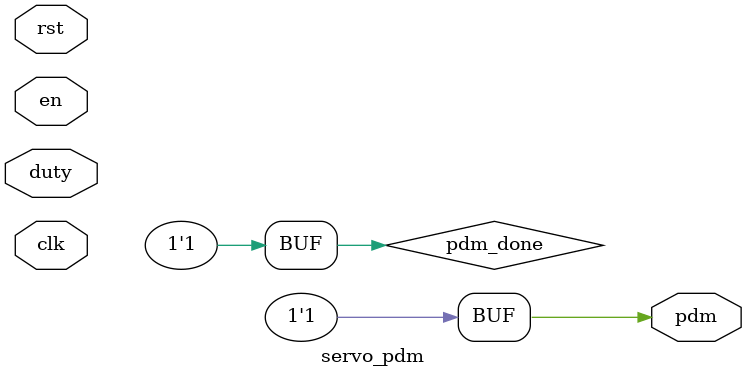
<source format=sv>
module servo_pdm
# (
        parameter  clk_hz = 25000000,							// Global clock
        parameter  cyc_hz = 50,							// Frequency of produced PDM signal
) ( 
        input  logic       rst,								// Global RESET signal
        input  logic       clk,							// Global Clock
        input  logic       en,							// Enable signal
        input  logic [7:0]  duty,							// input Duty cycle value
        output logic       pdm								// produced PDM signal
);

	logic [15:0] pdm_width;								// Calculating clocks number to count to needed PDM width (+ 1,1ms at the start)
	logic [15:0] pdmw_counter;							// PDM width counter

	localparam zero_dur = clk_hz / 1000 * 20;						// Calculating clocks number to count to 20ms @ 25MHz
	localparam div_counter_w = $clog2(zero_dur);

	logic [div_counter_w-1:0] div_counter;						// Calculating bit depth for clocks number
	
	logic pdm_done;
	assign pdm_done = '1;
	
	assign pdm = pdm_done;
	assign pdm_width = (duty << 6) + 27500;						// Calculating clocks number to count to needed PDM width (+ 1,1ms at the start)
	// assign pdm_width = (duty << 6) + (duty << 4) + 27500;	// To test	
	
	always @(posedge rst or posedge clk) begin					// Second counter makes 20ms pause after PDM signal
		if (rst) begin
			div_counter <= '0;
			pdmw_counter <= '0;
			pdm_done <= '0;
		end else if (en) begin
			if(pdm_done == '1) begin
				if (pdmw_counter != pdm_width) // Counter to make PDM signal (only when pdm_done = 0)
					pdmw_counter <= pdmw_counter + 'd1;
				else begin			
					pdm_done <= 'b0;						// Setting pdm_done to 1 when PDM signal is done
					div_counter <= '0;					// Starting over when 20ms is over
				end
			end else begin
				div_counter <= div_counter + 'd1;			// Counting 20ms after PDM signal

				if (div_counter == zero_dur) begin		
					pdm_done <= 'b1;
					pdmw_counter <= '0;
				end
			end

		end
	end
	
endmodule

</source>
